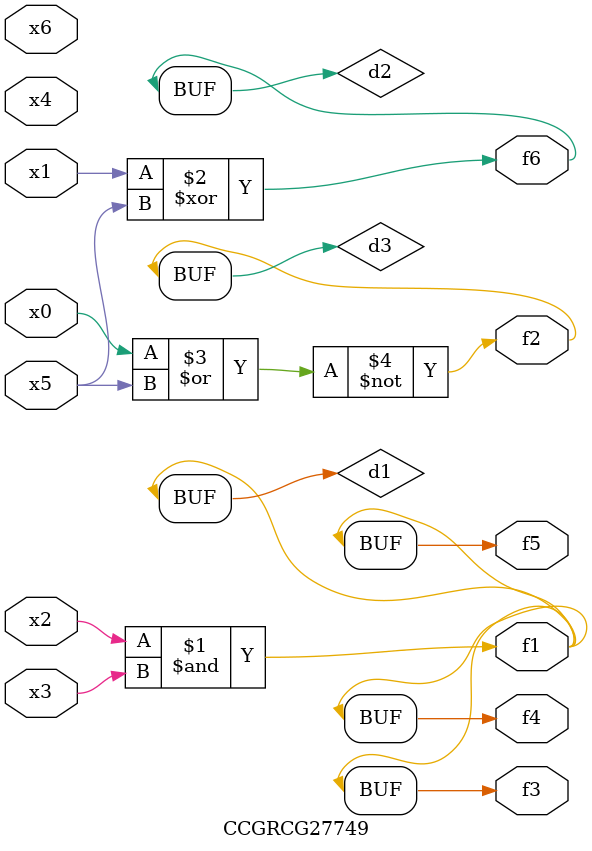
<source format=v>
module CCGRCG27749(
	input x0, x1, x2, x3, x4, x5, x6,
	output f1, f2, f3, f4, f5, f6
);

	wire d1, d2, d3;

	and (d1, x2, x3);
	xor (d2, x1, x5);
	nor (d3, x0, x5);
	assign f1 = d1;
	assign f2 = d3;
	assign f3 = d1;
	assign f4 = d1;
	assign f5 = d1;
	assign f6 = d2;
endmodule

</source>
